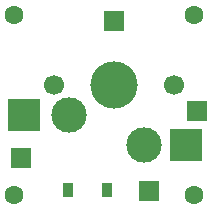
<source format=gbr>
%TF.GenerationSoftware,KiCad,Pcbnew,(5.1.10)-1*%
%TF.CreationDate,2022-02-15T17:38:39+08:00*%
%TF.ProjectId,single_switch_pcb,73696e67-6c65-45f7-9377-697463685f70,rev?*%
%TF.SameCoordinates,Original*%
%TF.FileFunction,Soldermask,Top*%
%TF.FilePolarity,Negative*%
%FSLAX46Y46*%
G04 Gerber Fmt 4.6, Leading zero omitted, Abs format (unit mm)*
G04 Created by KiCad (PCBNEW (5.1.10)-1) date 2022-02-15 17:38:39*
%MOMM*%
%LPD*%
G01*
G04 APERTURE LIST*
%ADD10C,1.600000*%
%ADD11C,1.700000*%
%ADD12R,1.700000X1.700000*%
%ADD13C,4.000000*%
%ADD14R,0.900000X1.200000*%
%ADD15R,2.750000X2.700000*%
%ADD16C,3.000000*%
G04 APERTURE END LIST*
D10*
%TO.C,REF\u002A\u002A*%
X195580000Y-95250000D03*
%TD*%
%TO.C,REF\u002A\u002A*%
X195580000Y-110490000D03*
%TD*%
%TO.C,REF\u002A\u002A*%
X180340000Y-110490000D03*
%TD*%
%TO.C,REF\u002A\u002A*%
X180340000Y-95250000D03*
%TD*%
D11*
%TO.C,REF\u002A\u002A*%
X193820000Y-101250000D03*
%TD*%
%TO.C,REF\u002A\u002A*%
X183660000Y-101250000D03*
%TD*%
D12*
%TO.C,J2*%
X188800000Y-95800000D03*
%TD*%
%TO.C,J3*%
X191770000Y-110200000D03*
%TD*%
D13*
%TO.C,REF\u002A\u002A*%
X188740000Y-101250000D03*
%TD*%
D12*
%TO.C,J4*%
X195750000Y-103400000D03*
%TD*%
%TO.C,J1*%
X180850000Y-107400000D03*
%TD*%
D14*
%TO.C,D1*%
X184850000Y-110140000D03*
X188150000Y-110140000D03*
%TD*%
D15*
%TO.C,U1*%
X181180000Y-103730000D03*
X194880000Y-106330000D03*
D16*
X184930000Y-103790000D03*
X191280000Y-106330000D03*
%TD*%
M02*

</source>
